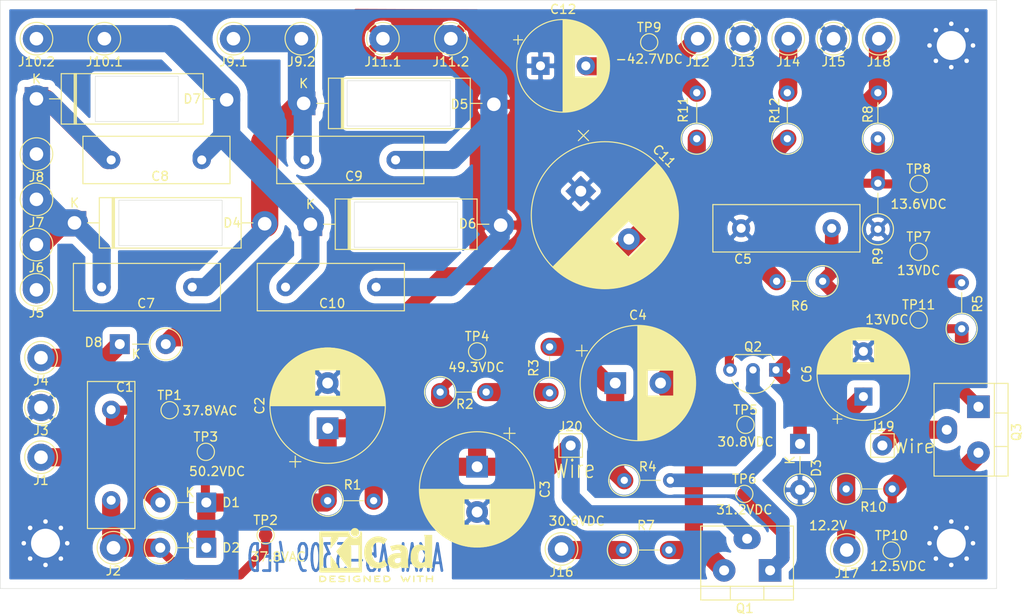
<source format=kicad_pcb>
(kicad_pcb (version 20171130) (host pcbnew "(5.1.10-1-10_14)")
  (layers (0 F.Cu signal) (31 B.Cu signal) (36 B.SilkS user hide) (37 F.SilkS user) (38 B.Mask user) (39 F.Mask user hide) (44 Edge.Cuts user))
  (net 0 "")
  (net 1 "Net-(C1-Pad1)")
  (net 2 "Net-(C1-Pad2)")
  (net 3 "Net-(C2-Pad1)")
  (net 4 GND)
  (net 5 "Net-(C3-Pad1)")
  (net 6 "Net-(C4-Pad1)")
  (net 7 "Net-(C4-Pad2)")
  (net 8 "Net-(C5-Pad1)")
  (net 9 "Net-(C6-Pad1)")
  (net 10 "Net-(C7-Pad1)")
  (net 11 "Net-(C7-Pad2)")
  (net 12 "Net-(C10-Pad1)")
  (net 13 "Net-(C10-Pad2)")
  (net 14 "Net-(C11-Pad2)")
  (net 15 "Net-(C12-Pad2)")
  (net 16 "Net-(D8-Pad1)")
  (net 17 "Net-(J14-Pad1)")
  (net 18 "Net-(J16-Pad1)")
  (net 19 "Net-(Q1-Pad1)")
  (net 20 "Net-(Q2-Pad3)")
  (net 21 "Net-(Q3-Pad1)")
  (net 22 "Net-(Q3-Pad3)")
  (net 23 "Net-(R2-Pad2)")
  (net 24 "Net-(J19-Pad1)")
  (module kicad-lib:GI-618 (layer F.Cu) (at 73.1 66.7)
    (fp_text reference D7 (at 17.2 -0.1) (layer F.SilkS))
    (fp_text value GI-618)
    (fp_text user K (at 0 -2.3) (layer F.SilkS))
    (pad 2 thru_hole oval (at 21 0) (size 2.8 2.8) (drill 1.5) (layers *.Cu *.Mask) (net 12 "Net-(C10-Pad1)"))
    (pad 1 thru_hole rect (at 0 -0.1) (size 2.6 2.6) (drill 1.5) (layers *.Cu *.Mask) (net 10 "Net-(C7-Pad1)"))
  )
  (module kicad-lib:GI-618 (layer F.Cu) (at 103.35 80.55)
    (fp_text reference D6 (at 17.35 -0.15) (layer F.SilkS))
    (fp_text value GI-618)
    (fp_text user K (at 0 -2.3) (layer F.SilkS))
    (pad 2 thru_hole oval (at 21 0) (size 2.8 2.8) (drill 1.5) (layers *.Cu *.Mask) (net 13 "Net-(C10-Pad2)"))
    (pad 1 thru_hole rect (at 0 -0.1) (size 2.6 2.6) (drill 1.5) (layers *.Cu *.Mask) (net 12 "Net-(C10-Pad1)"))
  )
  (module kicad-lib:GI-618 (layer F.Cu) (at 102.6 67.2)
    (fp_text reference D5 (at 17.2 0) (layer F.SilkS))
    (fp_text value GI-618)
    (fp_text user K (at 0 -2.3) (layer F.SilkS))
    (pad 2 thru_hole oval (at 21 0) (size 2.8 2.8) (drill 1.5) (layers *.Cu *.Mask) (net 13 "Net-(C10-Pad2)"))
    (pad 1 thru_hole rect (at 0 -0.1) (size 2.6 2.6) (drill 1.5) (layers *.Cu *.Mask) (net 11 "Net-(C7-Pad2)"))
  )
  (module kicad-lib:GI-618 (layer F.Cu) (at 77.3 80.4)
    (fp_text reference D4 (at 17.4 -0.1) (layer F.SilkS))
    (fp_text value GI-618)
    (fp_text user K (at 0 -2.3) (layer F.SilkS))
    (pad 2 thru_hole oval (at 21 0) (size 2.8 2.8) (drill 1.5) (layers *.Cu *.Mask) (net 11 "Net-(C7-Pad2)"))
    (pad 1 thru_hole rect (at 0 -0.1) (size 2.6 2.6) (drill 1.5) (layers *.Cu *.Mask) (net 10 "Net-(C7-Pad1)"))
  )
  (module Capacitor_THT:C_Disc_D16.0mm_W5.0mm_P10.00mm (layer F.Cu) (at 160.9 80.9 180)
    (fp_text reference C5 (at 9.8 -3.4) (layer F.SilkS))
    (fp_text value "0.01uF 50V")
    (pad 2 thru_hole circle (at 10 0 180) (size 2 2) (drill 1) (layers *.Cu *.Mask) (net 4 GND))
    (pad 1 thru_hole circle (at 0 0 180) (size 2 2) (drill 1) (layers *.Cu *.Mask) (net 8 "Net-(C5-Pad1)"))
  )
  (module Capacitor_THT:CP_Radial_D16.0mm_P7.50mm (layer F.Cu) (at 133.2 76.8 315)
    (fp_text reference C11 (at 3.75 -9.25 135) (layer F.SilkS))
    (fp_text value "1000uF 50V")
    (pad 2 thru_hole circle (at 7.5 0 315) (size 2.4 2.4) (drill 1.2) (layers *.Cu *.Mask) (net 14 "Net-(C11-Pad2)"))
    (pad 1 thru_hole rect (at 0 0 315) (size 2.4 2.4) (drill 1.2) (layers *.Cu *.Mask) (net 4 GND))
  )
  (module Capacitor_THT:CP_Radial_D12.5mm_P5.00mm (layer F.Cu) (at 137 98)
    (fp_text reference C4 (at 2.5 -7.5) (layer F.SilkS))
    (fp_text value "470uF 10V")
    (pad 2 thru_hole circle (at 5 0) (size 2.4 2.4) (drill 1.2) (layers *.Cu *.Mask) (net 7 "Net-(C4-Pad2)"))
    (pad 1 thru_hole rect (at 0 0) (size 2.4 2.4) (drill 1.2) (layers *.Cu *.Mask) (net 6 "Net-(C4-Pad1)"))
  )
  (module Capacitor_THT:CP_Radial_D12.5mm_P5.00mm (layer F.Cu) (at 121.75 107.25 270)
    (fp_text reference C3 (at 2.5 -7.5 90) (layer F.SilkS))
    (fp_text value "330uF 50V")
    (pad 2 thru_hole circle (at 5 0 270) (size 2.4 2.4) (drill 1.2) (layers *.Cu *.Mask) (net 4 GND))
    (pad 1 thru_hole rect (at 0 0 270) (size 2.4 2.4) (drill 1.2) (layers *.Cu *.Mask) (net 5 "Net-(C3-Pad1)"))
  )
  (module Capacitor_THT:CP_Radial_D12.5mm_P5.00mm (layer F.Cu) (at 105.25 103 90)
    (fp_text reference C2 (at 2.5 -7.5 90) (layer F.SilkS))
    (fp_text value "330uF 63V")
    (pad 2 thru_hole circle (at 5 0 90) (size 2.4 2.4) (drill 1.2) (layers *.Cu *.Mask) (net 4 GND))
    (pad 1 thru_hole rect (at 0 0 90) (size 2.4 2.4) (drill 1.2) (layers *.Cu *.Mask) (net 3 "Net-(C2-Pad1)"))
  )
  (module kicad-lib:TO-220-3-triangle (layer F.Cu) (at 154.1 118.7 180)
    (fp_text reference Q1 (at 2.8 -4.2) (layer F.SilkS))
    (fp_text value Q_NPN_BCE)
    (pad 1 thru_hole rect (at 0 0 270) (size 2.5 2.5) (drill 1.1) (layers *.Cu *.Mask) (net 19 "Net-(Q1-Pad1)"))
    (pad 3 thru_hole oval (at 5.08 0 180) (size 2.5 2.5) (drill 1.1) (layers *.Cu *.Mask) (net 7 "Net-(C4-Pad2)"))
    (pad 2 thru_hole oval (at 2.54 3.5 180) (size 3 2.3) (drill 1.1) (layers *.Cu *.Mask) (net 5 "Net-(C3-Pad1)"))
  )
  (module kicad-lib:TO-220-3-triangle (layer F.Cu) (at 177.1 100.62 270)
    (fp_text reference Q3 (at 2.8 -4.2 90) (layer F.SilkS))
    (fp_text value Q_NPN_BCE)
    (pad 1 thru_hole rect (at 0 0) (size 2.5 2.5) (drill 1.1) (layers *.Cu *.Mask) (net 21 "Net-(Q3-Pad1)"))
    (pad 3 thru_hole oval (at 5.08 0 270) (size 2.5 2.5) (drill 1.1) (layers *.Cu *.Mask) (net 22 "Net-(Q3-Pad3)"))
    (pad 2 thru_hole oval (at 2.54 3.5 270) (size 3 2.3) (drill 1.1) (layers *.Cu *.Mask) (net 24 "Net-(J19-Pad1)"))
  )
  (module TestPoint:TestPoint_Pad_D1.5mm (layer F.Cu) (at 170.5 91)
    (fp_text reference TP11 (at 0 -1.648) (layer F.SilkS))
    (fp_text value 13VDC)
    (fp_text user %V (at -3.5 0) (layer F.SilkS))
    (pad 1 smd circle (at 0 0) (size 1.5 1.5) (layers F.Cu F.Mask) (net 21 "Net-(Q3-Pad1)"))
  )
  (module TestPoint:TestPoint_Pad_D1.5mm (layer F.Cu) (at 151.25 110.25)
    (fp_text reference TP6 (at 0 -1.648) (layer F.SilkS))
    (fp_text value 31.2VDC)
    (fp_text user %V (at 0 1.75) (layer F.SilkS))
    (pad 1 smd circle (at 0 0) (size 1.5 1.5) (layers F.Cu F.Mask) (net 19 "Net-(Q1-Pad1)"))
  )
  (module Symbol:KiCad-Logo2_5mm_SilkScreen (layer F.Cu) (at 110.6 117)
    (fp_text reference REF** hide)
    (fp_text value KiCad-Logo2_5mm_SilkScreen hide)
  )
  (module Connector_Pin:Pin_D1.1mm_L8.5mm_W2.5mm_FlatFork (layer F.Cu) (at 132.08 104.902 180)
    (fp_text reference J20 (at 0 2.1) (layer F.SilkS))
    (fp_text value "#Q1-2")
    (pad 1 thru_hole circle (at 0 0 180) (size 2.2 2.2) (drill 1.1) (layers *.Cu *.Mask) (net 5 "Net-(C3-Pad1)"))
  )
  (module Connector_Pin:Pin_D1.1mm_L8.5mm_W2.5mm_FlatFork (layer F.Cu) (at 166.5 104.9 180)
    (fp_text reference J19 (at 0 2.1) (layer F.SilkS))
    (fp_text value "#Q3-2")
    (pad 1 thru_hole circle (at 0 0 180) (size 2.2 2.2) (drill 1.1) (layers *.Cu *.Mask) (net 24 "Net-(J19-Pad1)"))
  )
  (module TestPoint:TestPoint_Pad_D1.5mm (layer F.Cu) (at 87.8 101)
    (fp_text reference TP1 (at 0 -1.648) (layer F.SilkS))
    (fp_text value 37.8VAC (at 4.46 0.052) (layer F.SilkS))
    (pad 1 smd circle (at 0 0) (size 1.5 1.5) (layers F.Cu F.Mask) (net 1 "Net-(C1-Pad1)"))
  )
  (module Diode_THT:D_DO-41_SOD81_P5.08mm_Vertical_KathodeUp (layer F.Cu) (at 91.85 116.2 180)
    (fp_text reference D2 (at -2.75 0) (layer F.SilkS))
    (fp_text value 1N4003)
    (fp_text user K (at 1.8 1.1) (layer F.SilkS))
    (pad 2 thru_hole oval (at 5.08 0 180) (size 2.2 2.2) (drill 1.1) (layers *.Cu *.Mask) (net 2 "Net-(C1-Pad2)"))
    (pad 1 thru_hole rect (at 0 0 180) (size 2.2 2.2) (drill 1.1) (layers *.Cu *.Mask) (net 3 "Net-(C2-Pad1)"))
  )
  (module Diode_THT:D_DO-41_SOD81_P5.08mm_Vertical_KathodeUp (layer F.Cu) (at 91.85 111.2 180)
    (fp_text reference D1 (at -2.75 0) (layer F.SilkS))
    (fp_text value 1N4003)
    (fp_text user K (at 1.8 1.1) (layer F.SilkS))
    (pad 2 thru_hole oval (at 5.08 0 180) (size 2.2 2.2) (drill 1.1) (layers *.Cu *.Mask) (net 1 "Net-(C1-Pad1)"))
    (pad 1 thru_hole rect (at 0 0 180) (size 2.2 2.2) (drill 1.1) (layers *.Cu *.Mask) (net 3 "Net-(C2-Pad1)"))
  )
  (module Diode_THT:D_DO-41_SOD81_P5.08mm_Vertical_KathodeUp (layer F.Cu) (at 82.3 93.7)
    (fp_text reference D8 (at -2.9 -0.2) (layer F.SilkS))
    (fp_text value 1N4003)
    (fp_text user K (at 1.8 1.1) (layer F.SilkS))
    (pad 2 thru_hole oval (at 5.08 0) (size 2.2 2.2) (drill 1.1) (layers *.Cu *.Mask) (net 14 "Net-(C11-Pad2)"))
    (pad 1 thru_hole rect (at 0 0) (size 2.2 2.2) (drill 1.1) (layers *.Cu *.Mask) (net 16 "Net-(D8-Pad1)"))
  )
  (module Diode_THT:D_DO-41_SOD81_P5.08mm_Vertical_KathodeUp (layer F.Cu) (at 157.4 104.72 270)
    (fp_text reference D3 (at 2.68 -1.8 90) (layer F.SilkS))
    (fp_text value WZ-130)
    (fp_text user K (at 1.8 1.1 90) (layer F.SilkS))
    (pad 2 thru_hole oval (at 5.08 0 270) (size 2.2 2.2) (drill 1.1) (layers *.Cu *.Mask) (net 4 GND))
    (pad 1 thru_hole rect (at 0 0 270) (size 2.2 2.2) (drill 1.1) (layers *.Cu *.Mask) (net 8 "Net-(C5-Pad1)"))
  )
  (module Connector_Pin:Pin_D1.3mm_L11.0mm_LooseFit (layer F.Cu) (at 111.35 59.95)
    (fp_text reference J11.1 (at 0 2.55) (layer F.SilkS))
    (fp_text value "#11.1")
    (pad 1 thru_hole circle (at 0 0) (size 3 3) (drill 1.5) (layers *.Cu *.Mask) (net 13 "Net-(C10-Pad2)"))
  )
  (module Connector_Pin:Pin_D1.3mm_L11.0mm_LooseFit (layer F.Cu) (at 80.6 59.95)
    (fp_text reference J10.1 (at 0 2.55) (layer F.SilkS))
    (fp_text value "#10.1")
    (pad 1 thru_hole circle (at 0 0) (size 3 3) (drill 1.5) (layers *.Cu *.Mask) (net 12 "Net-(C10-Pad1)"))
  )
  (module Connector_Pin:Pin_D1.3mm_L11.0mm_LooseFit (layer F.Cu) (at 94.85 59.95)
    (fp_text reference J9.1 (at 0 2.55) (layer F.SilkS))
    (fp_text value "#9.1")
    (pad 1 thru_hole circle (at 0 0) (size 3 3) (drill 1.5) (layers *.Cu *.Mask) (net 11 "Net-(C7-Pad2)"))
  )
  (module Connector_Pin:Pin_D1.3mm_L11.0mm_LooseFit (layer F.Cu) (at 166.1 59.95)
    (fp_text reference J18 (at 0 2.55) (layer F.SilkS))
    (fp_text value "#18")
    (pad 1 thru_hole circle (at 0 0) (size 3 3) (drill 1.5) (layers *.Cu *.Mask) (net 7 "Net-(C4-Pad2)"))
  )
  (module Capacitor_THT:C_Disc_D16.0mm_W5.0mm_P10.00mm (layer F.Cu) (at 81.35 100.95 270)
    (fp_text reference C1 (at -2.5 -1.5 180) (layer F.SilkS))
    (fp_text value 0.01uF)
    (pad 2 thru_hole circle (at 10 0 270) (size 2 2) (drill 1) (layers *.Cu *.Mask) (net 2 "Net-(C1-Pad2)"))
    (pad 1 thru_hole circle (at 0 0 315) (size 2 2) (drill 1) (layers *.Cu *.Mask) (net 1 "Net-(C1-Pad1)"))
  )
  (module MountingHole:MountingHole_3.2mm_M3_Pad_Via (layer F.Cu) (at 74.1 115.7)
    (fp_text reference H3)
    (fp_text value MountingHole_Pad hide)
    (pad 1 thru_hole circle (at 1.697056 -1.697056) (size 0.8 0.8) (drill 0.5) (layers *.Cu *.Mask) (net 4 GND))
    (pad 1 thru_hole circle (at 0 -2.4) (size 0.8 0.8) (drill 0.5) (layers *.Cu *.Mask) (net 4 GND))
    (pad 1 thru_hole circle (at -1.697056 -1.697056) (size 0.8 0.8) (drill 0.5) (layers *.Cu *.Mask) (net 4 GND))
    (pad 1 thru_hole circle (at -2.4 0) (size 0.8 0.8) (drill 0.5) (layers *.Cu *.Mask) (net 4 GND))
    (pad 1 thru_hole circle (at -1.697056 1.697056) (size 0.8 0.8) (drill 0.5) (layers *.Cu *.Mask) (net 4 GND))
    (pad 1 thru_hole circle (at 0 2.4) (size 0.8 0.8) (drill 0.5) (layers *.Cu *.Mask) (net 4 GND))
    (pad 1 thru_hole circle (at 1.697056 1.697056) (size 0.8 0.8) (drill 0.5) (layers *.Cu *.Mask) (net 4 GND))
    (pad 1 thru_hole circle (at 2.4 0) (size 0.8 0.8) (drill 0.5) (layers *.Cu *.Mask) (net 4 GND))
    (pad 1 thru_hole circle (at 0 0) (size 6.4 6.4) (drill 3.2) (layers *.Cu *.Mask) (net 4 GND))
  )
  (module MountingHole:MountingHole_3.2mm_M3_Pad_Via (layer F.Cu) (at 174.1 60.7)
    (fp_text reference H2)
    (fp_text value MountingHole_Pad hide)
    (pad 1 thru_hole circle (at 1.697056 -1.697056) (size 0.8 0.8) (drill 0.5) (layers *.Cu *.Mask) (net 4 GND))
    (pad 1 thru_hole circle (at 0 -2.4) (size 0.8 0.8) (drill 0.5) (layers *.Cu *.Mask) (net 4 GND))
    (pad 1 thru_hole circle (at -1.697056 -1.697056) (size 0.8 0.8) (drill 0.5) (layers *.Cu *.Mask) (net 4 GND))
    (pad 1 thru_hole circle (at -2.4 0) (size 0.8 0.8) (drill 0.5) (layers *.Cu *.Mask) (net 4 GND))
    (pad 1 thru_hole circle (at -1.697056 1.697056) (size 0.8 0.8) (drill 0.5) (layers *.Cu *.Mask) (net 4 GND))
    (pad 1 thru_hole circle (at 0 2.4) (size 0.8 0.8) (drill 0.5) (layers *.Cu *.Mask) (net 4 GND))
    (pad 1 thru_hole circle (at 1.697056 1.697056) (size 0.8 0.8) (drill 0.5) (layers *.Cu *.Mask) (net 4 GND))
    (pad 1 thru_hole circle (at 2.4 0) (size 0.8 0.8) (drill 0.5) (layers *.Cu *.Mask) (net 4 GND))
    (pad 1 thru_hole circle (at 0 0) (size 6.4 6.4) (drill 3.2) (layers *.Cu *.Mask) (net 4 GND))
  )
  (module MountingHole:MountingHole_3.2mm_M3_Pad_Via (layer F.Cu) (at 174.1 115.7)
    (fp_text reference H1)
    (fp_text value MountingHole_Pad hide)
    (pad 1 thru_hole circle (at 1.697056 -1.697056) (size 0.8 0.8) (drill 0.5) (layers *.Cu *.Mask) (net 4 GND))
    (pad 1 thru_hole circle (at 0 -2.4) (size 0.8 0.8) (drill 0.5) (layers *.Cu *.Mask) (net 4 GND))
    (pad 1 thru_hole circle (at -1.697056 -1.697056) (size 0.8 0.8) (drill 0.5) (layers *.Cu *.Mask) (net 4 GND))
    (pad 1 thru_hole circle (at -2.4 0) (size 0.8 0.8) (drill 0.5) (layers *.Cu *.Mask) (net 4 GND))
    (pad 1 thru_hole circle (at -1.697056 1.697056) (size 0.8 0.8) (drill 0.5) (layers *.Cu *.Mask) (net 4 GND))
    (pad 1 thru_hole circle (at 0 2.4) (size 0.8 0.8) (drill 0.5) (layers *.Cu *.Mask) (net 4 GND))
    (pad 1 thru_hole circle (at 1.697056 1.697056) (size 0.8 0.8) (drill 0.5) (layers *.Cu *.Mask) (net 4 GND))
    (pad 1 thru_hole circle (at 2.4 0) (size 0.8 0.8) (drill 0.5) (layers *.Cu *.Mask) (net 4 GND))
    (pad 1 thru_hole circle (at 0 0) (size 6.4 6.4) (drill 3.2) (layers *.Cu *.Mask) (net 4 GND))
  )
  (module Capacitor_THT:CP_Radial_D10.0mm_P5.00mm (layer F.Cu) (at 164.4 99.5 90)
    (fp_text reference C6 (at 2.5 -6.25 90) (layer F.SilkS))
    (fp_text value "220uF 16V")
    (pad 2 thru_hole circle (at 5 0 90) (size 2 2) (drill 1) (layers *.Cu *.Mask) (net 4 GND))
    (pad 1 thru_hole rect (at 0 0 90) (size 2 2) (drill 1) (layers *.Cu *.Mask) (net 9 "Net-(C6-Pad1)"))
  )
  (module Capacitor_THT:C_Disc_D16.0mm_W5.0mm_P10.00mm (layer F.Cu) (at 80.3 87.4)
    (fp_text reference C7 (at 4.9 1.8) (layer F.SilkS))
    (fp_text value "0.01uF 1.4kV")
    (pad 1 thru_hole circle (at 0 0) (size 2 2) (drill 1) (layers *.Cu *.Mask) (net 10 "Net-(C7-Pad1)"))
    (pad 2 thru_hole circle (at 10 0) (size 2 2) (drill 1) (layers *.Cu *.Mask) (net 11 "Net-(C7-Pad2)"))
  )
  (module Capacitor_THT:C_Disc_D16.0mm_W5.0mm_P10.00mm (layer F.Cu) (at 81.35 73.35)
    (fp_text reference C8 (at 5.4 1.8) (layer F.SilkS))
    (fp_text value "0.01uF 1.4kV")
    (pad 2 thru_hole circle (at 10 0) (size 2 2) (drill 1) (layers *.Cu *.Mask) (net 12 "Net-(C10-Pad1)"))
    (pad 1 thru_hole circle (at 0 0) (size 2 2) (drill 1) (layers *.Cu *.Mask) (net 10 "Net-(C7-Pad1)"))
  )
  (module Capacitor_THT:C_Disc_D16.0mm_W5.0mm_P10.00mm (layer F.Cu) (at 102.75 73.35)
    (fp_text reference C9 (at 5.4 1.8) (layer F.SilkS))
    (fp_text value "0.01uF 1.4kV")
    (pad 2 thru_hole circle (at 10 0) (size 2 2) (drill 1) (layers *.Cu *.Mask) (net 13 "Net-(C10-Pad2)"))
    (pad 1 thru_hole circle (at 0 0) (size 2 2) (drill 1) (layers *.Cu *.Mask) (net 11 "Net-(C7-Pad2)"))
  )
  (module Capacitor_THT:C_Disc_D16.0mm_W5.0mm_P10.00mm (layer F.Cu) (at 100.6 87.4)
    (fp_text reference C10 (at 5.15 1.8) (layer F.SilkS))
    (fp_text value "0.01uF 1.4kV")
    (pad 1 thru_hole circle (at 0 0) (size 2 2) (drill 1) (layers *.Cu *.Mask) (net 12 "Net-(C10-Pad1)"))
    (pad 2 thru_hole circle (at 10 0) (size 2 2) (drill 1) (layers *.Cu *.Mask) (net 13 "Net-(C10-Pad2)"))
  )
  (module Capacitor_THT:CP_Radial_D10.0mm_P5.00mm (layer F.Cu) (at 128.75 62.95)
    (fp_text reference C12 (at 2.5 -6.25) (layer F.SilkS))
    (fp_text value "220uF 50V")
    (pad 1 thru_hole rect (at 0 0) (size 2 2) (drill 1) (layers *.Cu *.Mask) (net 4 GND))
    (pad 2 thru_hole circle (at 5 0) (size 2 2) (drill 1) (layers *.Cu *.Mask) (net 15 "Net-(C12-Pad2)"))
  )
  (module Connector_Pin:Pin_D1.3mm_L11.0mm_LooseFit (layer F.Cu) (at 73.6 106.2)
    (fp_text reference J1 (at 0 2.55) (layer F.SilkS))
    (fp_text value "#1")
    (pad 1 thru_hole circle (at 0 0) (size 3 3) (drill 1.5) (layers *.Cu *.Mask) (net 1 "Net-(C1-Pad1)"))
  )
  (module Connector_Pin:Pin_D1.3mm_L11.0mm_LooseFit (layer F.Cu) (at 81.6 116.2)
    (fp_text reference J2 (at 0 2.55) (layer F.SilkS))
    (fp_text value "#2")
    (pad 1 thru_hole circle (at 0 0) (size 3 3) (drill 1.5) (layers *.Cu *.Mask) (net 2 "Net-(C1-Pad2)"))
  )
  (module Connector_Pin:Pin_D1.3mm_L11.0mm_LooseFit (layer F.Cu) (at 73.6 100.7)
    (fp_text reference J3 (at 0 2.55) (layer F.SilkS))
    (fp_text value "#3")
    (pad 1 thru_hole circle (at 0 0) (size 3 3) (drill 1.5) (layers *.Cu *.Mask) (net 4 GND))
  )
  (module Connector_Pin:Pin_D1.3mm_L11.0mm_LooseFit (layer F.Cu) (at 73.6 95.2)
    (fp_text reference J4 (at 0 2.55) (layer F.SilkS))
    (fp_text value "#4")
    (pad 1 thru_hole circle (at 0 0) (size 3 3) (drill 1.5) (layers *.Cu *.Mask) (net 16 "Net-(D8-Pad1)"))
  )
  (module Connector_Pin:Pin_D1.3mm_L11.0mm_LooseFit (layer F.Cu) (at 73.1 87.7)
    (fp_text reference J5 (at 0 2.55) (layer F.SilkS))
    (fp_text value "#5")
    (pad 1 thru_hole circle (at 0 0) (size 3 3) (drill 1.5) (layers *.Cu *.Mask) (net 10 "Net-(C7-Pad1)"))
  )
  (module Connector_Pin:Pin_D1.3mm_L11.0mm_LooseFit (layer F.Cu) (at 73.1 82.7)
    (fp_text reference J6 (at 0 2.55) (layer F.SilkS))
    (fp_text value "#6")
    (pad 1 thru_hole circle (at 0 0) (size 3 3) (drill 1.5) (layers *.Cu *.Mask) (net 10 "Net-(C7-Pad1)"))
  )
  (module Connector_Pin:Pin_D1.3mm_L11.0mm_LooseFit (layer F.Cu) (at 73.1 77.7)
    (fp_text reference J7 (at 0 2.55) (layer F.SilkS))
    (fp_text value "#7")
    (pad 1 thru_hole circle (at 0 0) (size 3 3) (drill 1.5) (layers *.Cu *.Mask) (net 10 "Net-(C7-Pad1)"))
  )
  (module Connector_Pin:Pin_D1.3mm_L11.0mm_LooseFit (layer F.Cu) (at 73.1 72.7)
    (fp_text reference J8 (at 0 2.55) (layer F.SilkS))
    (fp_text value "#8")
    (pad 1 thru_hole circle (at 0 0) (size 3 3) (drill 1.5) (layers *.Cu *.Mask) (net 10 "Net-(C7-Pad1)"))
  )
  (module Connector_Pin:Pin_D1.3mm_L11.0mm_LooseFit (layer F.Cu) (at 102.35 59.95)
    (fp_text reference J9.2 (at 0 2.55) (layer F.SilkS))
    (fp_text value "#9.2")
    (pad 1 thru_hole circle (at 0 0) (size 3 3) (drill 1.5) (layers *.Cu *.Mask) (net 11 "Net-(C7-Pad2)"))
  )
  (module Connector_Pin:Pin_D1.3mm_L11.0mm_LooseFit (layer F.Cu) (at 73.1 59.95)
    (fp_text reference J10.2 (at 0 2.55) (layer F.SilkS))
    (fp_text value "#10.2")
    (pad 1 thru_hole circle (at 0 0) (size 3 3) (drill 1.5) (layers *.Cu *.Mask) (net 12 "Net-(C10-Pad1)"))
  )
  (module Connector_Pin:Pin_D1.3mm_L11.0mm_LooseFit (layer F.Cu) (at 118.85 59.95)
    (fp_text reference J11.2 (at 0 2.55) (layer F.SilkS))
    (fp_text value "#11.2")
    (pad 1 thru_hole circle (at 0 0) (size 3 3) (drill 1.5) (layers *.Cu *.Mask) (net 13 "Net-(C10-Pad2)"))
  )
  (module Connector_Pin:Pin_D1.3mm_L11.0mm_LooseFit (layer F.Cu) (at 146.1 59.95)
    (fp_text reference J12 (at 0 2.55) (layer F.SilkS))
    (fp_text value "#12")
    (pad 1 thru_hole circle (at 0 0) (size 3 3) (drill 1.5) (layers *.Cu *.Mask) (net 15 "Net-(C12-Pad2)"))
  )
  (module Connector_Pin:Pin_D1.3mm_L11.0mm_LooseFit (layer F.Cu) (at 151.1 59.95)
    (fp_text reference J13 (at 0 2.55) (layer F.SilkS))
    (fp_text value "#13")
    (pad 1 thru_hole circle (at 0 0) (size 3 3) (drill 1.5) (layers *.Cu *.Mask) (net 4 GND))
  )
  (module Connector_Pin:Pin_D1.3mm_L11.0mm_LooseFit (layer F.Cu) (at 156.1 59.95)
    (fp_text reference J14 (at 0 2.55) (layer F.SilkS))
    (fp_text value "#14")
    (pad 1 thru_hole circle (at 0 0) (size 3 3) (drill 1.5) (layers *.Cu *.Mask) (net 17 "Net-(J14-Pad1)"))
  )
  (module Connector_Pin:Pin_D1.3mm_L11.0mm_LooseFit (layer F.Cu) (at 161.1 59.95)
    (fp_text reference J15 (at 0 2.55) (layer F.SilkS))
    (fp_text value "#15")
    (pad 1 thru_hole circle (at 0 0) (size 3 3) (drill 1.5) (layers *.Cu *.Mask) (net 4 GND))
  )
  (module Connector_Pin:Pin_D1.3mm_L11.0mm_LooseFit (layer F.Cu) (at 131.064 116.332)
    (fp_text reference J16 (at 0 2.55) (layer F.SilkS))
    (fp_text value 30.6VDC (at 1.686 -3.082) (layer F.SilkS))
    (pad 1 thru_hole circle (at 0 0) (size 3 3) (drill 1.5) (layers *.Cu *.Mask) (net 18 "Net-(J16-Pad1)"))
  )
  (module Connector_Pin:Pin_D1.3mm_L11.0mm_LooseFit (layer F.Cu) (at 162.56 116.45)
    (fp_text reference J17 (at 0 2.55) (layer F.SilkS))
    (fp_text value 12.2V)
    (fp_text user %V (at -2.06 -2.7) (layer F.SilkS))
    (pad 1 thru_hole circle (at 0 0) (size 3 3) (drill 1.5) (layers *.Cu *.Mask) (net 9 "Net-(C6-Pad1)"))
  )
  (module Package_TO_SOT_THT:TO-92L_Inline_Wide (layer F.Cu) (at 154.75 96.55 180)
    (fp_text reference Q2 (at 2.54 2.55) (layer F.SilkS))
    (fp_text value Q_NPN_ECB)
    (pad 2 thru_hole circle (at 2.54 0 180) (size 1.5 1.5) (drill 0.8) (layers *.Cu *.Mask) (net 19 "Net-(Q1-Pad1)"))
    (pad 3 thru_hole circle (at 5.08 0 180) (size 1.5 1.5) (drill 0.8) (layers *.Cu *.Mask) (net 20 "Net-(Q2-Pad3)"))
    (pad 1 thru_hole rect (at 0 0 180) (size 1.5 1.5) (drill 0.8) (layers *.Cu *.Mask) (net 8 "Net-(C5-Pad1)"))
  )
  (module Resistor_THT:R_Axial_DIN0309_L9.0mm_D3.2mm_P5.08mm_Vertical (layer F.Cu) (at 105.25 111)
    (fp_text reference R1 (at 2.75 -1.75) (layer F.SilkS))
    (fp_text value "10 1/2W")
    (pad 2 thru_hole oval (at 5.08 0) (size 1.6 1.6) (drill 0.8) (layers *.Cu *.Mask) (net 5 "Net-(C3-Pad1)"))
    (pad 1 thru_hole circle (at 0 0) (size 1.6 1.6) (drill 0.8) (layers *.Cu *.Mask) (net 3 "Net-(C2-Pad1)"))
  )
  (module Resistor_THT:R_Axial_DIN0309_L9.0mm_D3.2mm_P5.08mm_Vertical (layer F.Cu) (at 117.67 99)
    (fp_text reference R2 (at 2.726 1.33) (layer F.SilkS))
    (fp_text value 1k5)
    (pad 1 thru_hole circle (at 0 0) (size 1.6 1.6) (drill 0.8) (layers *.Cu *.Mask) (net 5 "Net-(C3-Pad1)"))
    (pad 2 thru_hole oval (at 5.08 0) (size 1.6 1.6) (drill 0.8) (layers *.Cu *.Mask) (net 23 "Net-(R2-Pad2)"))
  )
  (module Resistor_THT:R_Axial_DIN0309_L9.0mm_D3.2mm_P5.08mm_Vertical (layer F.Cu) (at 129.75 99.08 90)
    (fp_text reference R3 (at 2.75 -1.75 90) (layer F.SilkS))
    (fp_text value 1k5)
    (pad 1 thru_hole circle (at 0 0 90) (size 1.6 1.6) (drill 0.8) (layers *.Cu *.Mask) (net 23 "Net-(R2-Pad2)"))
    (pad 2 thru_hole oval (at 5.08 0 90) (size 1.6 1.6) (drill 0.8) (layers *.Cu *.Mask) (net 6 "Net-(C4-Pad1)"))
  )
  (module Resistor_THT:R_Axial_DIN0309_L9.0mm_D3.2mm_P5.08mm_Vertical (layer F.Cu) (at 138 108.75)
    (fp_text reference R4 (at 2.58 -1.5) (layer F.SilkS))
    (fp_text value 1k5)
    (pad 2 thru_hole oval (at 5.08 0) (size 1.6 1.6) (drill 0.8) (layers *.Cu *.Mask) (net 19 "Net-(Q1-Pad1)"))
    (pad 1 thru_hole circle (at 0 0) (size 1.6 1.6) (drill 0.8) (layers *.Cu *.Mask) (net 6 "Net-(C4-Pad1)"))
  )
  (module Resistor_THT:R_Axial_DIN0309_L9.0mm_D3.2mm_P5.08mm_Vertical (layer F.Cu) (at 175.25 92 90)
    (fp_text reference R5 (at 2.75 1.75 90) (layer F.SilkS))
    (fp_text value 10)
    (pad 2 thru_hole oval (at 5.08 0 90) (size 1.6 1.6) (drill 0.8) (layers *.Cu *.Mask) (net 8 "Net-(C5-Pad1)"))
    (pad 1 thru_hole circle (at 0 0 90) (size 1.6 1.6) (drill 0.8) (layers *.Cu *.Mask) (net 21 "Net-(Q3-Pad1)"))
  )
  (module Resistor_THT:R_Axial_DIN0309_L9.0mm_D3.2mm_P5.08mm_Vertical (layer F.Cu) (at 159.9 86.75 180)
    (fp_text reference R6 (at 2.54 -2.72) (layer F.SilkS))
    (fp_text value 2k2)
    (pad 1 thru_hole circle (at 0 0 180) (size 1.6 1.6) (drill 0.8) (layers *.Cu *.Mask) (net 8 "Net-(C5-Pad1)"))
    (pad 2 thru_hole oval (at 5.08 0 180) (size 1.6 1.6) (drill 0.8) (layers *.Cu *.Mask) (net 7 "Net-(C4-Pad2)"))
  )
  (module Resistor_THT:R_Axial_DIN0309_L9.0mm_D3.2mm_P5.08mm_Vertical (layer F.Cu) (at 137.85 116.45)
    (fp_text reference R7 (at 2.54 -2.72) (layer F.SilkS))
    (fp_text value 10)
    (pad 2 thru_hole oval (at 5.08 0) (size 1.6 1.6) (drill 0.8) (layers *.Cu *.Mask) (net 7 "Net-(C4-Pad2)"))
    (pad 1 thru_hole circle (at 0 0) (size 1.6 1.6) (drill 0.8) (layers *.Cu *.Mask) (net 18 "Net-(J16-Pad1)"))
  )
  (module Resistor_THT:R_Axial_DIN0309_L9.0mm_D3.2mm_P5.08mm_Vertical (layer F.Cu) (at 166 71 90)
    (fp_text reference R8 (at 2.7 -1.1 90) (layer F.SilkS))
    (fp_text value 27k)
    (pad 2 thru_hole oval (at 5.08 0 90) (size 1.6 1.6) (drill 0.8) (layers *.Cu *.Mask) (net 7 "Net-(C4-Pad2)"))
    (pad 1 thru_hole circle (at 0 0 90) (size 1.6 1.6) (drill 0.8) (layers *.Cu *.Mask) (net 20 "Net-(Q2-Pad3)"))
  )
  (module Resistor_THT:R_Axial_DIN0309_L9.0mm_D3.2mm_P5.08mm_Vertical (layer F.Cu) (at 166 81 90)
    (fp_text reference R9 (at -3 0 90) (layer F.SilkS))
    (fp_text value 22k)
    (pad 1 thru_hole circle (at 0 0 90) (size 1.6 1.6) (drill 0.8) (layers *.Cu *.Mask) (net 4 GND))
    (pad 2 thru_hole oval (at 5.08 0 90) (size 1.6 1.6) (drill 0.8) (layers *.Cu *.Mask) (net 20 "Net-(Q2-Pad3)"))
  )
  (module Resistor_THT:R_Axial_DIN0309_L9.0mm_D3.2mm_P5.08mm_Vertical (layer F.Cu) (at 162.5 109.7)
    (fp_text reference R10 (at 3 2) (layer F.SilkS))
    (fp_text value "4.7 1/2W")
    (pad 1 thru_hole circle (at 0 0) (size 1.6 1.6) (drill 0.8) (layers *.Cu *.Mask) (net 9 "Net-(C6-Pad1)"))
    (pad 2 thru_hole oval (at 5.08 0) (size 1.6 1.6) (drill 0.8) (layers *.Cu *.Mask) (net 22 "Net-(Q3-Pad3)"))
  )
  (module Resistor_THT:R_Axial_DIN0309_L9.0mm_D3.2mm_P5.08mm_Vertical (layer F.Cu) (at 146 71 90)
    (fp_text reference R11 (at 3.2 -1.5 90) (layer F.SilkS))
    (fp_text value "15 1/2W")
    (pad 2 thru_hole oval (at 5.08 0 90) (size 1.6 1.6) (drill 0.8) (layers *.Cu *.Mask) (net 15 "Net-(C12-Pad2)"))
    (pad 1 thru_hole circle (at 0 0 90) (size 1.6 1.6) (drill 0.8) (layers *.Cu *.Mask) (net 14 "Net-(C11-Pad2)"))
  )
  (module Resistor_THT:R_Axial_DIN0309_L9.0mm_D3.2mm_P5.08mm_Vertical (layer F.Cu) (at 156 71 90)
    (fp_text reference R12 (at 3.1 -1.4 90) (layer F.SilkS))
    (fp_text value 3k3)
    (pad 1 thru_hole circle (at 0 0 90) (size 1.6 1.6) (drill 0.8) (layers *.Cu *.Mask) (net 3 "Net-(C2-Pad1)"))
    (pad 2 thru_hole oval (at 5.08 0 90) (size 1.6 1.6) (drill 0.8) (layers *.Cu *.Mask) (net 17 "Net-(J14-Pad1)"))
  )
  (module TestPoint:TestPoint_Pad_D1.5mm (layer F.Cu) (at 98.4 114.8)
    (fp_text reference TP2 (at 0 -1.648) (layer F.SilkS))
    (fp_text value 37.8VAC (at 1.4 2.4) (layer F.SilkS))
    (pad 1 smd circle (at 0 0) (size 1.5 1.5) (layers F.Cu F.Mask) (net 2 "Net-(C1-Pad2)"))
  )
  (module TestPoint:TestPoint_Pad_D1.5mm (layer F.Cu) (at 91.8 105.6)
    (fp_text reference TP3 (at 0 -1.648) (layer F.SilkS))
    (fp_text value 50.2VDC (at 1.246 2.168) (layer F.SilkS))
    (pad 1 smd circle (at 0 0) (size 1.5 1.5) (layers F.Cu F.Mask) (net 3 "Net-(C2-Pad1)"))
  )
  (module TestPoint:TestPoint_Pad_D1.5mm (layer F.Cu) (at 121.75 94.5)
    (fp_text reference TP4 (at 0 -1.648) (layer F.SilkS))
    (fp_text value 49.3VDC (at -0.084 1.766) (layer F.SilkS))
    (pad 1 smd circle (at 0 0) (size 1.5 1.5) (layers F.Cu F.Mask) (net 5 "Net-(C3-Pad1)"))
  )
  (module TestPoint:TestPoint_Pad_D1.5mm (layer F.Cu) (at 151.384 102.616)
    (fp_text reference TP5 (at 0 -1.648) (layer F.SilkS))
    (fp_text value 30.8VDC)
    (fp_text user %V (at 0 1.884) (layer F.SilkS))
    (pad 1 smd circle (at 0 0) (size 1.5 1.5) (layers F.Cu F.Mask) (net 7 "Net-(C4-Pad2)"))
  )
  (module TestPoint:TestPoint_Pad_D1.5mm (layer F.Cu) (at 170.5 83.5)
    (fp_text reference TP7 (at 0 -1.648) (layer F.SilkS))
    (fp_text value 13VDC)
    (fp_text user %V (at 0 2.054) (layer F.SilkS))
    (pad 1 smd circle (at 0 0) (size 1.5 1.5) (layers F.Cu F.Mask) (net 8 "Net-(C5-Pad1)"))
  )
  (module TestPoint:TestPoint_Pad_D1.5mm (layer F.Cu) (at 170.5 76)
    (fp_text reference TP8 (at 0 -1.648) (layer F.SilkS))
    (fp_text value 13.6VDC)
    (fp_text user %V (at 0 2.232) (layer F.SilkS))
    (pad 1 smd circle (at 0 0) (size 1.5 1.5) (layers F.Cu F.Mask) (net 20 "Net-(Q2-Pad3)"))
  )
  (module TestPoint:TestPoint_Pad_D1.5mm (layer F.Cu) (at 140.75 60.35)
    (fp_text reference TP9 (at 0 -1.648) (layer F.SilkS))
    (fp_text value -42.7VDC)
    (fp_text user %V (at 0 1.844) (layer F.SilkS))
    (pad 1 smd circle (at 0 0) (size 1.5 1.5) (layers F.Cu F.Mask) (net 15 "Net-(C12-Pad2)"))
  )
  (module TestPoint:TestPoint_Pad_D1.5mm (layer F.Cu) (at 167.5 116.5)
    (fp_text reference TP10 (at 0 -1.648) (layer F.SilkS))
    (fp_text value 12.5VDC)
    (fp_text user %V (at 0.75 1.75) (layer F.SilkS))
    (pad 1 smd circle (at 0 0) (size 1.5 1.5) (layers F.Cu F.Mask) (net 22 "Net-(Q3-Pad3)"))
  )
  (gr_line (start 88.75 64.1) (end 88.75 69.1) (layer Edge.Cuts) (width 0.05))
  (gr_line (start 79.6 64.1) (end 88.75 64.1) (layer Edge.Cuts) (width 0.05))
  (gr_line (start 88.75 69.1) (end 79.6 69.1) (layer Edge.Cuts) (width 0.05))
  (gr_line (start 79.6 69.1) (end 79.6 64.1) (layer Edge.Cuts) (width 0.05))
  (gr_line (start 118.8 64.6) (end 118.8 69.6) (layer Edge.Cuts) (width 0.05))
  (gr_line (start 107.4 64.6) (end 118.8 64.6) (layer Edge.Cuts) (width 0.05))
  (gr_line (start 118.8 69.6) (end 107.4 69.6) (layer Edge.Cuts) (width 0.05))
  (gr_line (start 107.4 69.6) (end 107.4 64.6) (layer Edge.Cuts) (width 0.05))
  (gr_line (start 119.6 78) (end 119.6 83) (layer Edge.Cuts) (width 0.05))
  (gr_line (start 108.2 78) (end 119.6 78) (layer Edge.Cuts) (width 0.05))
  (gr_line (start 119.6 83) (end 108.2 83) (layer Edge.Cuts) (width 0.05))
  (gr_line (start 108.2 83) (end 108.2 78) (layer Edge.Cuts) (width 0.05))
  (gr_line (start 82.2 82.8) (end 82.2 77.8) (layer Edge.Cuts) (width 0.05))
  (gr_line (start 93.6 82.8) (end 82.2 82.8) (layer Edge.Cuts) (width 0.05))
  (gr_line (start 93.6 77.8) (end 93.6 82.8) (layer Edge.Cuts) (width 0.05))
  (gr_line (start 82.2 77.8) (end 93.6 77.8) (layer Edge.Cuts) (width 0.05))
  (gr_text Wire (at 170 105) (layer F.SilkS) (effects (font (size 1.5 1.5))))
  (gr_text Wire (at 132.5 107.5) (layer F.SilkS) (effects (font (size 2 1.5))))
  (gr_text "AKAI A5-5309 4ED" (at 107.188 117.348) (layer B.Cu) (effects (font (size 3 1.5) (thickness 0.3)) (justify mirror)))
  (gr_line (start 69.1 120.7) (end 69.1 55.7) (layer Edge.Cuts) (width 0.05))
  (gr_line (start 179.1 120.7) (end 69.1 120.7) (layer Edge.Cuts) (width 0.05))
  (gr_line (start 179.1 55.7) (end 179.1 120.7) (layer Edge.Cuts) (width 0.05))
  (gr_line (start 69.1 55.7) (end 179.1 55.7) (layer Edge.Cuts) (width 0.05))
  (segment (start 81.77 106.2) (end 73.6 106.2) (width 2) (layer F.Cu) (net 1))
  (segment (start 86.77 111.2) (end 81.77 106.2) (width 2) (layer F.Cu) (net 1))
  (segment (start 81.4 101) (end 81.35 100.95) (width 1) (layer F.Cu) (net 1))
  (segment (start 87.8 101) (end 81.4 101) (width 1) (layer F.Cu) (net 1))
  (segment (start 81.77 101.37) (end 81.77 106.2) (width 2) (layer F.Cu) (net 1))
  (segment (start 81.35 100.95) (end 81.77 101.37) (width 2) (layer F.Cu) (net 1))
  (segment (start 81.35 115.95) (end 81.6 116.2) (width 2) (layer F.Cu) (net 2))
  (segment (start 81.35 110.95) (end 81.35 115.95) (width 2) (layer F.Cu) (net 2))
  (segment (start 86.77 116.2) (end 81.6 116.2) (width 2) (layer F.Cu) (net 2))
  (segment (start 81 110.6) (end 81.35 110.95) (width 1) (layer F.Cu) (net 2))
  (segment (start 89.6 119.2) (end 86.77 116.37) (width 1) (layer F.Cu) (net 2))
  (segment (start 86.77 116.37) (end 86.77 116.2) (width 1) (layer F.Cu) (net 2))
  (segment (start 95.6 119.2) (end 89.6 119.2) (width 1) (layer F.Cu) (net 2))
  (segment (start 98.4 116.4) (end 95.6 119.2) (width 1) (layer F.Cu) (net 2))
  (segment (start 98.4 114.8) (end 98.4 116.4) (width 1) (layer F.Cu) (net 2))
  (segment (start 91.85 111.2) (end 91.85 116.2) (width 2) (layer F.Cu) (net 3))
  (segment (start 91.85 111.15) (end 91.85 111.2) (width 1) (layer F.Cu) (net 3))
  (segment (start 105.05 111.2) (end 105.25 111) (width 2) (layer F.Cu) (net 3))
  (segment (start 105.25 111) (end 105.25 103) (width 2) (layer F.Cu) (net 3))
  (segment (start 91.85 111.2) (end 105.05 111.2) (width 2) (layer F.Cu) (net 3))
  (segment (start 107.5 103) (end 105.25 103) (width 2) (layer F.Cu) (net 3))
  (segment (start 136.5 90.5) (end 120 90.5) (width 2) (layer F.Cu) (net 3))
  (segment (start 120 90.5) (end 107.5 103) (width 2) (layer F.Cu) (net 3))
  (segment (start 156 71) (end 136.5 90.5) (width 2) (layer F.Cu) (net 3))
  (segment (start 91.75 111.1) (end 91.85 111.2) (width 1) (layer F.Cu) (net 3))
  (segment (start 91.75 105.75) (end 91.75 111.1) (width 1) (layer F.Cu) (net 3))
  (segment (start 116 107.25) (end 121.75 107.25) (width 2) (layer F.Cu) (net 5))
  (segment (start 111.38 107.25) (end 116 107.25) (width 2) (layer F.Cu) (net 5))
  (segment (start 110.33 108.3) (end 111.38 107.25) (width 2) (layer F.Cu) (net 5))
  (segment (start 110.33 111) (end 110.33 108.3) (width 2) (layer F.Cu) (net 5))
  (segment (start 121.75 103.75) (end 121.75 107.25) (width 2) (layer F.Cu) (net 5))
  (segment (start 117.67 99.67) (end 121.75 103.75) (width 2) (layer F.Cu) (net 5))
  (segment (start 117.67 99) (end 117.67 99.67) (width 2) (layer F.Cu) (net 5))
  (segment (start 117.67 98.83) (end 117.67 99) (width 1) (layer F.Cu) (net 5))
  (segment (start 121.75 94.75) (end 117.67 98.83) (width 1) (layer F.Cu) (net 5))
  (segment (start 121.75 94.5) (end 121.75 94.75) (width 1) (layer F.Cu) (net 5))
  (segment (start 128.75 107.25) (end 121.75 107.25) (width 2) (layer F.Cu) (net 5))
  (segment (start 129.732 107.25) (end 128.75 107.25) (width 2) (layer F.Cu) (net 5))
  (segment (start 132.08 104.902) (end 129.732 107.25) (width 2) (layer F.Cu) (net 5))
  (segment (start 132.08 110.58) (end 132.08 104.902) (width 2) (layer B.Cu) (net 5))
  (segment (start 149.25 112.5) (end 134 112.5) (width 2) (layer B.Cu) (net 5))
  (segment (start 134 112.5) (end 132.08 110.58) (width 2) (layer B.Cu) (net 5))
  (segment (start 151.5 114.75) (end 149.25 112.5) (width 2) (layer B.Cu) (net 5))
  (segment (start 132 94) (end 129.75 94) (width 2) (layer F.Cu) (net 6))
  (segment (start 136 98) (end 132 94) (width 2) (layer F.Cu) (net 6))
  (segment (start 137 98) (end 136 98) (width 2) (layer F.Cu) (net 6))
  (segment (start 137 107.75) (end 138 108.75) (width 2) (layer F.Cu) (net 6))
  (segment (start 137 98) (end 137 107.75) (width 2) (layer F.Cu) (net 6))
  (segment (start 166 60.05) (end 166.1 59.95) (width 2) (layer F.Cu) (net 7))
  (segment (start 166 65.92) (end 166 60.05) (width 2) (layer F.Cu) (net 7))
  (segment (start 148.80749 118.48749) (end 148.80749 118.7) (width 2) (layer F.Cu) (net 7))
  (segment (start 145.680001 115.360001) (end 148.80749 118.48749) (width 2) (layer F.Cu) (net 7))
  (segment (start 145.680001 101.680001) (end 145.680001 115.360001) (width 2) (layer F.Cu) (net 7))
  (segment (start 142 98) (end 145.680001 101.680001) (width 2) (layer F.Cu) (net 7))
  (segment (start 145.75 101.75) (end 145.680001 101.680001) (width 1) (layer F.Cu) (net 7))
  (segment (start 146.616 102.616) (end 145.680001 101.680001) (width 1) (layer F.Cu) (net 7))
  (segment (start 151.384 102.616) (end 146.616 102.616) (width 1) (layer F.Cu) (net 7))
  (segment (start 148.80749 118.7) (end 149.02 118.7) (width 2) (layer B.Cu) (net 7))
  (segment (start 142.93 116.45) (end 146.55749 116.45) (width 2) (layer F.Cu) (net 7))
  (segment (start 154.3 77.62) (end 166 65.92) (width 2) (layer F.Cu) (net 7))
  (segment (start 154.3 82.5) (end 154.3 77.62) (width 2) (layer F.Cu) (net 7))
  (segment (start 145.9 94.1) (end 145.9 90.9) (width 2) (layer F.Cu) (net 7))
  (segment (start 142 98) (end 145.9 94.1) (width 2) (layer F.Cu) (net 7))
  (segment (start 152.87 84.8) (end 154.82 86.75) (width 2) (layer F.Cu) (net 7))
  (segment (start 152 84.8) (end 152.87 84.8) (width 2) (layer F.Cu) (net 7))
  (segment (start 145.9 90.9) (end 152 84.8) (width 2) (layer F.Cu) (net 7))
  (segment (start 152 84.8) (end 154.3 82.5) (width 2) (layer F.Cu) (net 7))
  (segment (start 175.08 86.75) (end 175.25 86.92) (width 1.5) (layer F.Cu) (net 8))
  (segment (start 170.5 86.75) (end 175.08 86.75) (width 1.5) (layer F.Cu) (net 8))
  (segment (start 170.5 83.5) (end 170.5 86.75) (width 1) (layer F.Cu) (net 8))
  (segment (start 164.79 86.75) (end 170.5 86.75) (width 1.5) (layer F.Cu) (net 8))
  (segment (start 162.02 88.87) (end 162.67 88.87) (width 1.5) (layer F.Cu) (net 8))
  (segment (start 159.9 86.75) (end 162.02 88.87) (width 1.5) (layer F.Cu) (net 8))
  (segment (start 162.67 88.87) (end 164.79 86.75) (width 1.5) (layer F.Cu) (net 8))
  (segment (start 160.9 85.75) (end 159.9 86.75) (width 1.5) (layer F.Cu) (net 8))
  (segment (start 160.9 80.9) (end 160.9 85.75) (width 1.5) (layer F.Cu) (net 8))
  (segment (start 154.99 96.55) (end 162.67 88.87) (width 1.5) (layer F.Cu) (net 8))
  (segment (start 154.75 96.55) (end 154.99 96.55) (width 1.5) (layer F.Cu) (net 8))
  (segment (start 157.4 99.2) (end 157.4 104.72) (width 1.5) (layer F.Cu) (net 8))
  (segment (start 154.75 96.55) (end 157.4 99.2) (width 1.5) (layer F.Cu) (net 8))
  (segment (start 162.5 116.39) (end 162.56 116.45) (width 2) (layer F.Cu) (net 9))
  (segment (start 162.5 109.7) (end 162.5 116.39) (width 2) (layer F.Cu) (net 9))
  (segment (start 162.5 101.4) (end 164.4 99.5) (width 2) (layer F.Cu) (net 9))
  (segment (start 162.5 109.7) (end 162.5 101.4) (width 2) (layer F.Cu) (net 9))
  (segment (start 74.32 66.7) (end 73.1 66.7) (width 2) (layer B.Cu) (net 10))
  (segment (start 80.97 73.35) (end 74.32 66.7) (width 2) (layer B.Cu) (net 10))
  (segment (start 81.35 73.35) (end 80.97 73.35) (width 2) (layer B.Cu) (net 10))
  (segment (start 74.2 66.6) (end 73.1 66.6) (width 2) (layer F.Cu) (net 10))
  (segment (start 80.95 73.35) (end 74.2 66.6) (width 2) (layer F.Cu) (net 10))
  (segment (start 81.35 73.35) (end 80.95 73.35) (width 2) (layer F.Cu) (net 10))
  (segment (start 73.1 66.6) (end 73.1 66.7) (width 3) (layer B.Cu) (net 10))
  (segment (start 80.3 83.3) (end 77.3 80.3) (width 2) (layer B.Cu) (net 10))
  (segment (start 80.3 87.4) (end 80.3 83.3) (width 2) (layer B.Cu) (net 10))
  (segment (start 73.1 87.7) (end 73.1 66.6) (width 3) (layer F.Cu) (net 10))
  (segment (start 73.1 87.7) (end 73.1 82.7) (width 3) (layer B.Cu) (net 10))
  (segment (start 73.1 82.7) (end 73.1 77.7) (width 3) (layer B.Cu) (net 10))
  (segment (start 73.1 77.7) (end 73.1 72.7) (width 3) (layer B.Cu) (net 10))
  (segment (start 73.1 72.7) (end 73.1 66.6) (width 3) (layer B.Cu) (net 10))
  (segment (start 75.7 80.3) (end 73.1 77.7) (width 3) (layer B.Cu) (net 10))
  (segment (start 77.3 80.3) (end 75.7 80.3) (width 3) (layer B.Cu) (net 10))
  (segment (start 75.5 80.3) (end 73.1 82.7) (width 3) (layer F.Cu) (net 10))
  (segment (start 77.3 80.3) (end 75.5 80.3) (width 3) (layer F.Cu) (net 10))
  (segment (start 102.6 67.1) (end 102.6 66.95) (width 2) (layer B.Cu) (net 11))
  (segment (start 102.5 67.2) (end 102.6 67.1) (width 2) (layer B.Cu) (net 11))
  (segment (start 102.5 73.1) (end 102.5 67.2) (width 2) (layer B.Cu) (net 11))
  (segment (start 102.75 73.35) (end 102.5 73.1) (width 2) (layer B.Cu) (net 11))
  (segment (start 98.3 80.9) (end 98.3 80.4) (width 2) (layer B.Cu) (net 11))
  (segment (start 91.8 87.4) (end 98.3 80.9) (width 2) (layer B.Cu) (net 11))
  (segment (start 90.3 87.4) (end 91.8 87.4) (width 2) (layer B.Cu) (net 11))
  (segment (start 102.35 66.85) (end 102.6 67.1) (width 3) (layer B.Cu) (net 11))
  (segment (start 102.35 59.95) (end 102.35 66.85) (width 3) (layer B.Cu) (net 11))
  (segment (start 98.3 71.4) (end 102.6 67.1) (width 3) (layer F.Cu) (net 11))
  (segment (start 98.3 80.4) (end 98.3 71.4) (width 3) (layer F.Cu) (net 11))
  (segment (start 102.35 59.95) (end 94.85 59.95) (width 3) (layer B.Cu) (net 11))
  (segment (start 103.35 84.65) (end 103.35 80.45) (width 2) (layer B.Cu) (net 12))
  (segment (start 100.6 87.4) (end 103.35 84.65) (width 2) (layer B.Cu) (net 12))
  (segment (start 94.1 70.2) (end 94.1 66.7) (width 2) (layer B.Cu) (net 12))
  (segment (start 91.35 72.95) (end 94.1 70.2) (width 2) (layer B.Cu) (net 12))
  (segment (start 91.35 73.35) (end 91.35 72.95) (width 2) (layer B.Cu) (net 12))
  (segment (start 94.1 70.723998) (end 94.1 66.7) (width 3) (layer B.Cu) (net 12))
  (segment (start 103.35 79.973998) (end 94.1 70.723998) (width 3) (layer B.Cu) (net 12))
  (segment (start 103.35 80.45) (end 103.35 79.973998) (width 3) (layer B.Cu) (net 12))
  (segment (start 94.1 66.16194) (end 94.1 66.7) (width 3) (layer B.Cu) (net 12))
  (segment (start 87.88806 59.95) (end 94.1 66.16194) (width 3) (layer B.Cu) (net 12))
  (segment (start 73.1 59.95) (end 87.88806 59.95) (width 3) (layer B.Cu) (net 12))
  (segment (start 119.05 73.35) (end 123.6 68.8) (width 2) (layer B.Cu) (net 13))
  (segment (start 123.6 68.8) (end 123.6 67.2) (width 2) (layer B.Cu) (net 13))
  (segment (start 112.75 73.35) (end 119.05 73.35) (width 2) (layer B.Cu) (net 13))
  (segment (start 124.35 81.85) (end 124.35 80.55) (width 2) (layer B.Cu) (net 13))
  (segment (start 118.8 87.4) (end 124.35 81.85) (width 2) (layer B.Cu) (net 13))
  (segment (start 110.6 87.4) (end 118.8 87.4) (width 2) (layer B.Cu) (net 13))
  (segment (start 124.35 80.55) (end 123.6 79.8) (width 3) (layer B.Cu) (net 13))
  (segment (start 118.85 59.95) (end 111.35 59.95) (width 3) (layer B.Cu) (net 13))
  (segment (start 123.6 64.7) (end 118.85 59.95) (width 3) (layer B.Cu) (net 13))
  (segment (start 123.6 67.2) (end 123.6 64.7) (width 3) (layer B.Cu) (net 13))
  (segment (start 123.6 79.8) (end 123.6 67.2) (width 3) (layer B.Cu) (net 13))
  (segment (start 146 75.05) (end 146 71) (width 2) (layer F.Cu) (net 14))
  (segment (start 134.85 86.2) (end 146 75.05) (width 2) (layer F.Cu) (net 14))
  (segment (start 118.090187 86.2) (end 134.85 86.2) (width 2) (layer F.Cu) (net 14))
  (segment (start 111.340187 92.95) (end 118.090187 86.2) (width 2) (layer F.Cu) (net 14))
  (segment (start 88.13 92.95) (end 111.340187 92.95) (width 2) (layer F.Cu) (net 14))
  (segment (start 87.38 93.7) (end 88.13 92.95) (width 2) (layer F.Cu) (net 14))
  (segment (start 143.08 63) (end 146 65.92) (width 2) (layer F.Cu) (net 15))
  (segment (start 143.08 62.97) (end 146.1 59.95) (width 2) (layer F.Cu) (net 15))
  (segment (start 143.08 63) (end 143.08 62.97) (width 2) (layer F.Cu) (net 15))
  (segment (start 140.75 60.35) (end 140.75 62.95) (width 1) (layer F.Cu) (net 15))
  (segment (start 140.8 63) (end 143.08 63) (width 2) (layer F.Cu) (net 15))
  (segment (start 140.75 62.95) (end 140.8 63) (width 1) (layer F.Cu) (net 15))
  (segment (start 133.8 63) (end 140.8 63) (width 2) (layer F.Cu) (net 15))
  (segment (start 133.75 62.95) (end 133.8 63) (width 2) (layer F.Cu) (net 15))
  (segment (start 80.8 95.2) (end 82.3 93.7) (width 2) (layer F.Cu) (net 16))
  (segment (start 73.6 95.2) (end 80.8 95.2) (width 2) (layer F.Cu) (net 16))
  (segment (start 156.1 65.82) (end 156 65.92) (width 2) (layer F.Cu) (net 17))
  (segment (start 156.1 59.95) (end 156.1 65.82) (width 2) (layer F.Cu) (net 17))
  (segment (start 131.182 116.45) (end 131.064 116.332) (width 2) (layer B.Cu) (net 18))
  (segment (start 137.85 116.45) (end 131.182 116.45) (width 2) (layer F.Cu) (net 18))
  (segment (start 151 108.75) (end 143.08 108.75) (width 1.5) (layer B.Cu) (net 19))
  (segment (start 155.5 113.25) (end 151 108.75) (width 1.5) (layer B.Cu) (net 19))
  (segment (start 155.5 117.3) (end 155.5 113.25) (width 1.5) (layer B.Cu) (net 19))
  (segment (start 154.1 118.7) (end 155.5 117.3) (width 1.5) (layer B.Cu) (net 19))
  (segment (start 155.5 114.5) (end 151.25 110.25) (width 1.5) (layer F.Cu) (net 19))
  (segment (start 155.5 117.3) (end 155.5 114.5) (width 1.5) (layer F.Cu) (net 19))
  (segment (start 154.1 118.7) (end 155.5 117.3) (width 1.5) (layer F.Cu) (net 19))
  (segment (start 154 105.75) (end 151 108.75) (width 1.5) (layer B.Cu) (net 19))
  (segment (start 154 100.4) (end 154 105.75) (width 1.5) (layer B.Cu) (net 19))
  (segment (start 152.15 98.55) (end 154 100.4) (width 1.5) (layer B.Cu) (net 19))
  (segment (start 152.21 98.49) (end 152.15 98.55) (width 1.5) (layer B.Cu) (net 19))
  (segment (start 152.21 96.55) (end 152.21 98.49) (width 1.5) (layer B.Cu) (net 19))
  (segment (start 166 75.92) (end 166 71) (width 1.5) (layer F.Cu) (net 20))
  (segment (start 166.08 76) (end 166 75.92) (width 1) (layer F.Cu) (net 20))
  (segment (start 170.5 76) (end 166.08 76) (width 1) (layer F.Cu) (net 20))
  (segment (start 149.6 93) (end 149.6 96.48) (width 1) (layer F.Cu) (net 20))
  (segment (start 166 75.92) (end 161.08 75.92) (width 1) (layer F.Cu) (net 20))
  (segment (start 154.8 90.8) (end 151.8 90.8) (width 1) (layer F.Cu) (net 20))
  (segment (start 151.8 90.8) (end 149.6 93) (width 1) (layer F.Cu) (net 20))
  (segment (start 157.6 88) (end 154.8 90.8) (width 1) (layer F.Cu) (net 20))
  (segment (start 149.6 96.48) (end 149.67 96.55) (width 1) (layer F.Cu) (net 20))
  (segment (start 161.08 75.92) (end 157.6 79.4) (width 1) (layer F.Cu) (net 20))
  (segment (start 157.6 79.4) (end 157.6 88) (width 1) (layer F.Cu) (net 20))
  (segment (start 175.25 98.77) (end 177.1 100.62) (width 1.5) (layer F.Cu) (net 21))
  (segment (start 175.25 92) (end 175.25 98.77) (width 1.5) (layer F.Cu) (net 21))
  (segment (start 171.5 92) (end 170.5 91) (width 1) (layer F.Cu) (net 21))
  (segment (start 175.25 92) (end 171.5 92) (width 1) (layer F.Cu) (net 21))
  (segment (start 167.64 114.3) (end 167.64 116.586) (width 1) (layer F.Cu) (net 22))
  (segment (start 167.58 114.24) (end 167.64 114.3) (width 1) (layer F.Cu) (net 22))
  (segment (start 167.58 109.7) (end 167.58 114.24) (width 1) (layer F.Cu) (net 22))
  (segment (start 174.81251 108.2) (end 177.1 105.91251) (width 2) (layer F.Cu) (net 22))
  (segment (start 169.08 108.2) (end 174.81251 108.2) (width 2) (layer F.Cu) (net 22))
  (segment (start 167.58 109.7) (end 169.08 108.2) (width 2) (layer F.Cu) (net 22))
  (segment (start 129.67 99) (end 129.75 99.08) (width 2) (layer F.Cu) (net 23))
  (segment (start 122.75 99) (end 129.67 99) (width 2) (layer F.Cu) (net 23))
  (segment (start 168.24 103.16) (end 166.5 104.9) (width 2) (layer F.Cu) (net 24))
  (segment (start 173.6 103.16) (end 168.24 103.16) (width 2) (layer F.Cu) (net 24))
  (zone (net 4) (net_name GND) (layer B.Cu) (connect_pads (clearance 0.508)) (min_thickness 0.254) (fill yes (arc_segments 32) (thermal_gap 0.508) (thermal_bridge_width 0.508))
    (polygon (pts (xy 178.1 119.7) (xy 70.1 119.7) (xy 70.1 69.2) (xy 70.1 56.7) (xy 178.1 56.7)))
  )
  (zone (net 13) (net_name "Net-(C10-Pad2)") (layer F.Cu) (connect_pads (clearance 0.8)) (min_thickness 0.254) (fill yes (arc_segments 32) (thermal_gap 0.5) (thermal_bridge_width 1))
    (polygon (pts (xy 121.8 56.7) (xy 125.9 61.2) (xy 127.5 76.8) (xy 127.5 83.3) (xy 120.9 83.3) (xy 120.9 77.1) (xy 121 65.8) (xy 119.1 63.7) (xy 108.2 63.7) (xy 108.2 56.650057)))
  )
)
</source>
